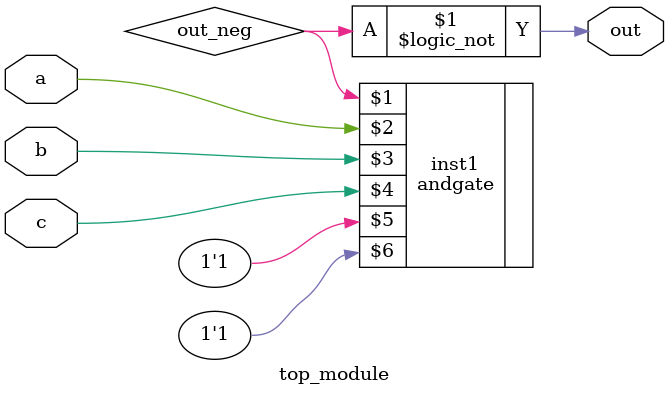
<source format=v>
module top_module (input a, input b, input c, output out);//

    wire out_neg;
    andgate inst1 ( out_neg, a, b, c, 1'b1, 1'b1 );
	assign out = !out_neg;

endmodule

</source>
